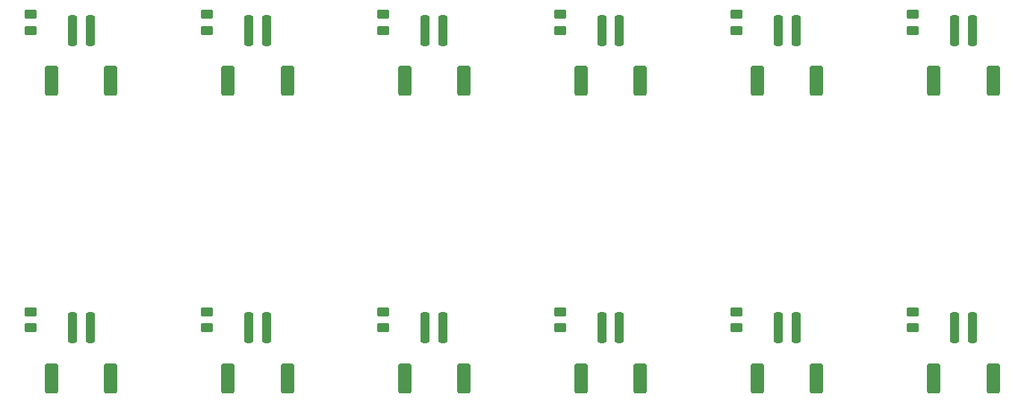
<source format=gbr>
%TF.GenerationSoftware,KiCad,Pcbnew,7.0.5*%
%TF.CreationDate,2024-01-10T15:42:08+00:00*%
%TF.ProjectId,TemperaturePCB_PANEL,54656d70-6572-4617-9475-72655043425f,rev?*%
%TF.SameCoordinates,Original*%
%TF.FileFunction,Paste,Top*%
%TF.FilePolarity,Positive*%
%FSLAX46Y46*%
G04 Gerber Fmt 4.6, Leading zero omitted, Abs format (unit mm)*
G04 Created by KiCad (PCBNEW 7.0.5) date 2024-01-10 15:42:08*
%MOMM*%
%LPD*%
G01*
G04 APERTURE LIST*
G04 Aperture macros list*
%AMRoundRect*
0 Rectangle with rounded corners*
0 $1 Rounding radius*
0 $2 $3 $4 $5 $6 $7 $8 $9 X,Y pos of 4 corners*
0 Add a 4 corners polygon primitive as box body*
4,1,4,$2,$3,$4,$5,$6,$7,$8,$9,$2,$3,0*
0 Add four circle primitives for the rounded corners*
1,1,$1+$1,$2,$3*
1,1,$1+$1,$4,$5*
1,1,$1+$1,$6,$7*
1,1,$1+$1,$8,$9*
0 Add four rect primitives between the rounded corners*
20,1,$1+$1,$2,$3,$4,$5,0*
20,1,$1+$1,$4,$5,$6,$7,0*
20,1,$1+$1,$6,$7,$8,$9,0*
20,1,$1+$1,$8,$9,$2,$3,0*%
G04 Aperture macros list end*
%ADD10RoundRect,0.250000X-0.250000X-1.500000X0.250000X-1.500000X0.250000X1.500000X-0.250000X1.500000X0*%
%ADD11RoundRect,0.250001X-0.499999X-1.449999X0.499999X-1.449999X0.499999X1.449999X-0.499999X1.449999X0*%
%ADD12RoundRect,0.250000X0.450000X-0.262500X0.450000X0.262500X-0.450000X0.262500X-0.450000X-0.262500X0*%
G04 APERTURE END LIST*
D10*
%TO.C,J1*%
X97500000Y-42647513D03*
X99500000Y-42647513D03*
D11*
X95150000Y-48397513D03*
X101850000Y-48397513D03*
%TD*%
D12*
%TO.C,TH1*%
X92750000Y-76410013D03*
X92750000Y-74585013D03*
%TD*%
%TO.C,TH1*%
X152750000Y-76410013D03*
X152750000Y-74585013D03*
%TD*%
D10*
%TO.C,J1*%
X197500000Y-42647513D03*
X199500000Y-42647513D03*
D11*
X195150000Y-48397513D03*
X201850000Y-48397513D03*
%TD*%
D12*
%TO.C,TH1*%
X132750000Y-42660013D03*
X132750000Y-40835013D03*
%TD*%
%TO.C,TH1*%
X112750000Y-76410013D03*
X112750000Y-74585013D03*
%TD*%
D10*
%TO.C,J1*%
X177500000Y-76397513D03*
X179500000Y-76397513D03*
D11*
X175150000Y-82147513D03*
X181850000Y-82147513D03*
%TD*%
D12*
%TO.C,TH1*%
X132750000Y-76410013D03*
X132750000Y-74585013D03*
%TD*%
%TO.C,TH1*%
X112750000Y-42660013D03*
X112750000Y-40835013D03*
%TD*%
%TO.C,TH1*%
X192750000Y-76410013D03*
X192750000Y-74585013D03*
%TD*%
D10*
%TO.C,J1*%
X117500000Y-42647513D03*
X119500000Y-42647513D03*
D11*
X115150000Y-48397513D03*
X121850000Y-48397513D03*
%TD*%
D10*
%TO.C,J1*%
X177500000Y-42647513D03*
X179500000Y-42647513D03*
D11*
X175150000Y-48397513D03*
X181850000Y-48397513D03*
%TD*%
D12*
%TO.C,TH1*%
X172750000Y-76410013D03*
X172750000Y-74585013D03*
%TD*%
D10*
%TO.C,J1*%
X157500000Y-76397513D03*
X159500000Y-76397513D03*
D11*
X155150000Y-82147513D03*
X161850000Y-82147513D03*
%TD*%
D10*
%TO.C,J1*%
X197500000Y-76397513D03*
X199500000Y-76397513D03*
D11*
X195150000Y-82147513D03*
X201850000Y-82147513D03*
%TD*%
D12*
%TO.C,TH1*%
X152750000Y-42660013D03*
X152750000Y-40835013D03*
%TD*%
D10*
%TO.C,J1*%
X157500000Y-42647513D03*
X159500000Y-42647513D03*
D11*
X155150000Y-48397513D03*
X161850000Y-48397513D03*
%TD*%
D10*
%TO.C,J1*%
X137500000Y-76397513D03*
X139500000Y-76397513D03*
D11*
X135150000Y-82147513D03*
X141850000Y-82147513D03*
%TD*%
D10*
%TO.C,J1*%
X137500000Y-42647513D03*
X139500000Y-42647513D03*
D11*
X135150000Y-48397513D03*
X141850000Y-48397513D03*
%TD*%
D10*
%TO.C,J1*%
X117500000Y-76397513D03*
X119500000Y-76397513D03*
D11*
X115150000Y-82147513D03*
X121850000Y-82147513D03*
%TD*%
D12*
%TO.C,TH1*%
X192750000Y-42660013D03*
X192750000Y-40835013D03*
%TD*%
%TO.C,TH1*%
X172750000Y-42660013D03*
X172750000Y-40835013D03*
%TD*%
D10*
%TO.C,J1*%
X97500000Y-76397513D03*
X99500000Y-76397513D03*
D11*
X95150000Y-82147513D03*
X101850000Y-82147513D03*
%TD*%
D12*
%TO.C,TH1*%
X92750000Y-42660013D03*
X92750000Y-40835013D03*
%TD*%
M02*

</source>
